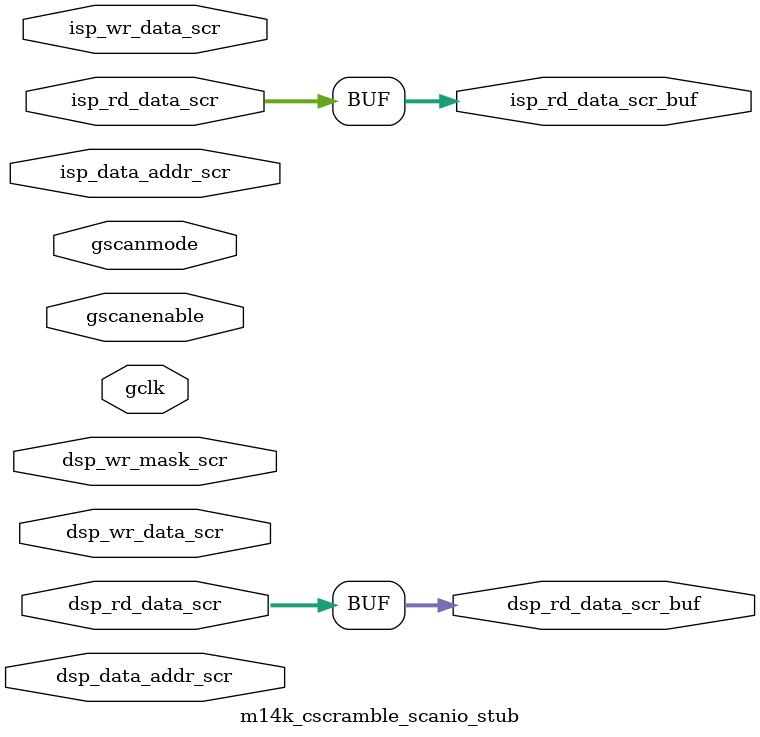
<source format=v>



//verilint 240 off  // Unused input
`include "m14k_const.vh"
module m14k_cscramble_scanio_stub(
	gscanenable,
	gclk,
	gscanmode,
	dsp_data_addr_scr,
	isp_data_addr_scr,
	dsp_wr_mask_scr,
	dsp_wr_data_scr,
	isp_wr_data_scr,
	dsp_rd_data_scr,
	isp_rd_data_scr,
	dsp_rd_data_scr_buf,
	isp_rd_data_scr_buf);

    input        gscanenable;
    input        gclk;
    input        gscanmode;
    input [19:2] dsp_data_addr_scr;
    input [19:2] isp_data_addr_scr;
    input [3:0]  dsp_wr_mask_scr;
    input [31:0] dsp_wr_data_scr;
    input [31:0] isp_wr_data_scr;
    input [31:0] dsp_rd_data_scr;
    input [31:0] isp_rd_data_scr;
    output [31:0] dsp_rd_data_scr_buf;
    output [31:0] isp_rd_data_scr_buf;

// BEGIN Wire declarations made by MVP
wire [31:0] /*[31:0]*/ isp_rd_data_scr_buf;
wire [31:0] /*[31:0]*/ dsp_rd_data_scr_buf;
// END Wire declarations made by MVP


    assign {isp_rd_data_scr_buf[31:0], dsp_rd_data_scr_buf[31:0]} = {isp_rd_data_scr[31:0], dsp_rd_data_scr[31:0]};

//verilint 240 on  // Unused input
endmodule

</source>
